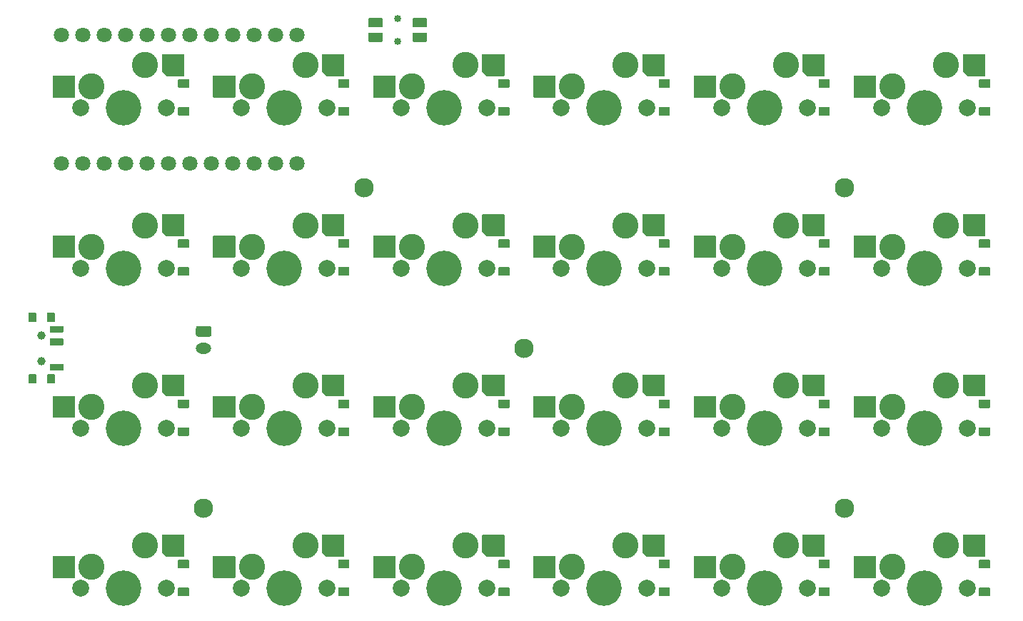
<source format=gbs>
G04 #@! TF.GenerationSoftware,KiCad,Pcbnew,8.0.6+1*
G04 #@! TF.CreationDate,2024-11-11T16:29:40+00:00*
G04 #@! TF.ProjectId,not_about_money_autorouted,6e6f745f-6162-46f7-9574-5f6d6f6e6579,v1.0.0*
G04 #@! TF.SameCoordinates,Original*
G04 #@! TF.FileFunction,Soldermask,Bot*
G04 #@! TF.FilePolarity,Negative*
%FSLAX46Y46*%
G04 Gerber Fmt 4.6, Leading zero omitted, Abs format (unit mm)*
G04 Created by KiCad (PCBNEW 8.0.6+1) date 2024-11-11 16:29:40*
%MOMM*%
%LPD*%
G01*
G04 APERTURE LIST*
%ADD10C,2.300000*%
%ADD11C,2.000000*%
%ADD12C,3.100000*%
%ADD13C,4.200000*%
%ADD14O,1.850000X1.300000*%
%ADD15C,1.800000*%
%ADD16C,0.850000*%
%ADD17C,1.000000*%
G04 APERTURE END LIST*
D10*
X128500000Y-52500000D03*
X109500000Y-90500000D03*
X147500000Y-71500000D03*
X185500000Y-90500000D03*
X185500000Y-52500000D03*
D11*
X113920000Y-43000000D03*
D12*
X115190000Y-40460000D03*
D13*
X119000000Y-43000000D03*
D12*
X121540000Y-37920000D03*
D11*
X124080000Y-43000000D03*
G36*
G01*
X110590000Y-41710000D02*
X110590000Y-39210000D01*
G75*
G02*
X110640000Y-39160000I50000J0D01*
G01*
X113190000Y-39160000D01*
G75*
G02*
X113240000Y-39210000I0J-50000D01*
G01*
X113240000Y-41710000D01*
G75*
G02*
X113190000Y-41760000I-50000J0D01*
G01*
X110640000Y-41760000D01*
G75*
G02*
X110590000Y-41710000I0J50000D01*
G01*
G37*
G36*
X126152355Y-36634645D02*
G01*
X126167000Y-36670000D01*
X126167000Y-39170000D01*
X126152355Y-39205355D01*
X126117000Y-39220000D01*
X124067000Y-39220000D01*
X124031645Y-39205355D01*
X123531645Y-38705355D01*
X123517000Y-38670000D01*
X123517000Y-36670000D01*
X123531645Y-36634645D01*
X123567000Y-36620000D01*
X126117000Y-36620000D01*
X126152355Y-36634645D01*
G37*
G36*
G01*
X110165000Y-70150000D02*
X108835000Y-70150000D01*
G75*
G02*
X108575000Y-69890000I0J260000D01*
G01*
X108575000Y-69110000D01*
G75*
G02*
X108835000Y-68850000I260000J0D01*
G01*
X110165000Y-68850000D01*
G75*
G02*
X110425000Y-69110000I0J-260000D01*
G01*
X110425000Y-69890000D01*
G75*
G02*
X110165000Y-70150000I-260000J0D01*
G01*
G37*
D14*
X109500000Y-71500000D03*
G36*
G01*
X107700000Y-43900000D02*
X106500000Y-43900000D01*
G75*
G02*
X106450000Y-43850000I0J50000D01*
G01*
X106450000Y-42950000D01*
G75*
G02*
X106500000Y-42900000I50000J0D01*
G01*
X107700000Y-42900000D01*
G75*
G02*
X107750000Y-42950000I0J-50000D01*
G01*
X107750000Y-43850000D01*
G75*
G02*
X107700000Y-43900000I-50000J0D01*
G01*
G37*
G36*
G01*
X107700000Y-40600000D02*
X106500000Y-40600000D01*
G75*
G02*
X106450000Y-40550000I0J50000D01*
G01*
X106450000Y-39650000D01*
G75*
G02*
X106500000Y-39600000I50000J0D01*
G01*
X107700000Y-39600000D01*
G75*
G02*
X107750000Y-39650000I0J-50000D01*
G01*
X107750000Y-40550000D01*
G75*
G02*
X107700000Y-40600000I-50000J0D01*
G01*
G37*
G36*
G01*
X202700000Y-62900000D02*
X201500000Y-62900000D01*
G75*
G02*
X201450000Y-62850000I0J50000D01*
G01*
X201450000Y-61950000D01*
G75*
G02*
X201500000Y-61900000I50000J0D01*
G01*
X202700000Y-61900000D01*
G75*
G02*
X202750000Y-61950000I0J-50000D01*
G01*
X202750000Y-62850000D01*
G75*
G02*
X202700000Y-62900000I-50000J0D01*
G01*
G37*
G36*
G01*
X202700000Y-59600000D02*
X201500000Y-59600000D01*
G75*
G02*
X201450000Y-59550000I0J50000D01*
G01*
X201450000Y-58650000D01*
G75*
G02*
X201500000Y-58600000I50000J0D01*
G01*
X202700000Y-58600000D01*
G75*
G02*
X202750000Y-58650000I0J-50000D01*
G01*
X202750000Y-59550000D01*
G75*
G02*
X202700000Y-59600000I-50000J0D01*
G01*
G37*
G36*
G01*
X202700000Y-100900000D02*
X201500000Y-100900000D01*
G75*
G02*
X201450000Y-100850000I0J50000D01*
G01*
X201450000Y-99950000D01*
G75*
G02*
X201500000Y-99900000I50000J0D01*
G01*
X202700000Y-99900000D01*
G75*
G02*
X202750000Y-99950000I0J-50000D01*
G01*
X202750000Y-100850000D01*
G75*
G02*
X202700000Y-100900000I-50000J0D01*
G01*
G37*
G36*
G01*
X202700000Y-97600000D02*
X201500000Y-97600000D01*
G75*
G02*
X201450000Y-97550000I0J50000D01*
G01*
X201450000Y-96650000D01*
G75*
G02*
X201500000Y-96600000I50000J0D01*
G01*
X202700000Y-96600000D01*
G75*
G02*
X202750000Y-96650000I0J-50000D01*
G01*
X202750000Y-97550000D01*
G75*
G02*
X202700000Y-97600000I-50000J0D01*
G01*
G37*
G36*
G01*
X164700000Y-43900000D02*
X163500000Y-43900000D01*
G75*
G02*
X163450000Y-43850000I0J50000D01*
G01*
X163450000Y-42950000D01*
G75*
G02*
X163500000Y-42900000I50000J0D01*
G01*
X164700000Y-42900000D01*
G75*
G02*
X164750000Y-42950000I0J-50000D01*
G01*
X164750000Y-43850000D01*
G75*
G02*
X164700000Y-43900000I-50000J0D01*
G01*
G37*
G36*
G01*
X164700000Y-40600000D02*
X163500000Y-40600000D01*
G75*
G02*
X163450000Y-40550000I0J50000D01*
G01*
X163450000Y-39650000D01*
G75*
G02*
X163500000Y-39600000I50000J0D01*
G01*
X164700000Y-39600000D01*
G75*
G02*
X164750000Y-39650000I0J-50000D01*
G01*
X164750000Y-40550000D01*
G75*
G02*
X164700000Y-40600000I-50000J0D01*
G01*
G37*
D11*
X151920000Y-100000000D03*
D12*
X153190000Y-97460000D03*
D13*
X157000000Y-100000000D03*
D12*
X159540000Y-94920000D03*
D11*
X162080000Y-100000000D03*
G36*
G01*
X148590000Y-98710000D02*
X148590000Y-96210000D01*
G75*
G02*
X148640000Y-96160000I50000J0D01*
G01*
X151190000Y-96160000D01*
G75*
G02*
X151240000Y-96210000I0J-50000D01*
G01*
X151240000Y-98710000D01*
G75*
G02*
X151190000Y-98760000I-50000J0D01*
G01*
X148640000Y-98760000D01*
G75*
G02*
X148590000Y-98710000I0J50000D01*
G01*
G37*
G36*
X164152355Y-93634645D02*
G01*
X164167000Y-93670000D01*
X164167000Y-96170000D01*
X164152355Y-96205355D01*
X164117000Y-96220000D01*
X162067000Y-96220000D01*
X162031645Y-96205355D01*
X161531645Y-95705355D01*
X161517000Y-95670000D01*
X161517000Y-93670000D01*
X161531645Y-93634645D01*
X161567000Y-93620000D01*
X164117000Y-93620000D01*
X164152355Y-93634645D01*
G37*
X189920000Y-100000000D03*
D12*
X191190000Y-97460000D03*
D13*
X195000000Y-100000000D03*
D12*
X197540000Y-94920000D03*
D11*
X200080000Y-100000000D03*
G36*
G01*
X186590000Y-98710000D02*
X186590000Y-96210000D01*
G75*
G02*
X186640000Y-96160000I50000J0D01*
G01*
X189190000Y-96160000D01*
G75*
G02*
X189240000Y-96210000I0J-50000D01*
G01*
X189240000Y-98710000D01*
G75*
G02*
X189190000Y-98760000I-50000J0D01*
G01*
X186640000Y-98760000D01*
G75*
G02*
X186590000Y-98710000I0J50000D01*
G01*
G37*
G36*
X202152355Y-93634645D02*
G01*
X202167000Y-93670000D01*
X202167000Y-96170000D01*
X202152355Y-96205355D01*
X202117000Y-96220000D01*
X200067000Y-96220000D01*
X200031645Y-96205355D01*
X199531645Y-95705355D01*
X199517000Y-95670000D01*
X199517000Y-93670000D01*
X199531645Y-93634645D01*
X199567000Y-93620000D01*
X202117000Y-93620000D01*
X202152355Y-93634645D01*
G37*
G36*
G01*
X107700000Y-62900000D02*
X106500000Y-62900000D01*
G75*
G02*
X106450000Y-62850000I0J50000D01*
G01*
X106450000Y-61950000D01*
G75*
G02*
X106500000Y-61900000I50000J0D01*
G01*
X107700000Y-61900000D01*
G75*
G02*
X107750000Y-61950000I0J-50000D01*
G01*
X107750000Y-62850000D01*
G75*
G02*
X107700000Y-62900000I-50000J0D01*
G01*
G37*
G36*
G01*
X107700000Y-59600000D02*
X106500000Y-59600000D01*
G75*
G02*
X106450000Y-59550000I0J50000D01*
G01*
X106450000Y-58650000D01*
G75*
G02*
X106500000Y-58600000I50000J0D01*
G01*
X107700000Y-58600000D01*
G75*
G02*
X107750000Y-58650000I0J-50000D01*
G01*
X107750000Y-59550000D01*
G75*
G02*
X107700000Y-59600000I-50000J0D01*
G01*
G37*
G36*
G01*
X145700000Y-100900000D02*
X144500000Y-100900000D01*
G75*
G02*
X144450000Y-100850000I0J50000D01*
G01*
X144450000Y-99950000D01*
G75*
G02*
X144500000Y-99900000I50000J0D01*
G01*
X145700000Y-99900000D01*
G75*
G02*
X145750000Y-99950000I0J-50000D01*
G01*
X145750000Y-100850000D01*
G75*
G02*
X145700000Y-100900000I-50000J0D01*
G01*
G37*
G36*
G01*
X145700000Y-97600000D02*
X144500000Y-97600000D01*
G75*
G02*
X144450000Y-97550000I0J50000D01*
G01*
X144450000Y-96650000D01*
G75*
G02*
X144500000Y-96600000I50000J0D01*
G01*
X145700000Y-96600000D01*
G75*
G02*
X145750000Y-96650000I0J-50000D01*
G01*
X145750000Y-97550000D01*
G75*
G02*
X145700000Y-97600000I-50000J0D01*
G01*
G37*
G36*
G01*
X164700000Y-81900000D02*
X163500000Y-81900000D01*
G75*
G02*
X163450000Y-81850000I0J50000D01*
G01*
X163450000Y-80950000D01*
G75*
G02*
X163500000Y-80900000I50000J0D01*
G01*
X164700000Y-80900000D01*
G75*
G02*
X164750000Y-80950000I0J-50000D01*
G01*
X164750000Y-81850000D01*
G75*
G02*
X164700000Y-81900000I-50000J0D01*
G01*
G37*
G36*
G01*
X164700000Y-78600000D02*
X163500000Y-78600000D01*
G75*
G02*
X163450000Y-78550000I0J50000D01*
G01*
X163450000Y-77650000D01*
G75*
G02*
X163500000Y-77600000I50000J0D01*
G01*
X164700000Y-77600000D01*
G75*
G02*
X164750000Y-77650000I0J-50000D01*
G01*
X164750000Y-78550000D01*
G75*
G02*
X164700000Y-78600000I-50000J0D01*
G01*
G37*
X132920000Y-81000000D03*
D12*
X134190000Y-78460000D03*
D13*
X138000000Y-81000000D03*
D12*
X140540000Y-75920000D03*
D11*
X143080000Y-81000000D03*
G36*
G01*
X129590000Y-79710000D02*
X129590000Y-77210000D01*
G75*
G02*
X129640000Y-77160000I50000J0D01*
G01*
X132190000Y-77160000D01*
G75*
G02*
X132240000Y-77210000I0J-50000D01*
G01*
X132240000Y-79710000D01*
G75*
G02*
X132190000Y-79760000I-50000J0D01*
G01*
X129640000Y-79760000D01*
G75*
G02*
X129590000Y-79710000I0J50000D01*
G01*
G37*
G36*
X145152355Y-74634645D02*
G01*
X145167000Y-74670000D01*
X145167000Y-77170000D01*
X145152355Y-77205355D01*
X145117000Y-77220000D01*
X143067000Y-77220000D01*
X143031645Y-77205355D01*
X142531645Y-76705355D01*
X142517000Y-76670000D01*
X142517000Y-74670000D01*
X142531645Y-74634645D01*
X142567000Y-74620000D01*
X145117000Y-74620000D01*
X145152355Y-74634645D01*
G37*
G36*
G01*
X202700000Y-43900000D02*
X201500000Y-43900000D01*
G75*
G02*
X201450000Y-43850000I0J50000D01*
G01*
X201450000Y-42950000D01*
G75*
G02*
X201500000Y-42900000I50000J0D01*
G01*
X202700000Y-42900000D01*
G75*
G02*
X202750000Y-42950000I0J-50000D01*
G01*
X202750000Y-43850000D01*
G75*
G02*
X202700000Y-43900000I-50000J0D01*
G01*
G37*
G36*
G01*
X202700000Y-40600000D02*
X201500000Y-40600000D01*
G75*
G02*
X201450000Y-40550000I0J50000D01*
G01*
X201450000Y-39650000D01*
G75*
G02*
X201500000Y-39600000I50000J0D01*
G01*
X202700000Y-39600000D01*
G75*
G02*
X202750000Y-39650000I0J-50000D01*
G01*
X202750000Y-40550000D01*
G75*
G02*
X202700000Y-40600000I-50000J0D01*
G01*
G37*
X170920000Y-62000000D03*
D12*
X172190000Y-59460000D03*
D13*
X176000000Y-62000000D03*
D12*
X178540000Y-56920000D03*
D11*
X181080000Y-62000000D03*
G36*
G01*
X167590000Y-60710000D02*
X167590000Y-58210000D01*
G75*
G02*
X167640000Y-58160000I50000J0D01*
G01*
X170190000Y-58160000D01*
G75*
G02*
X170240000Y-58210000I0J-50000D01*
G01*
X170240000Y-60710000D01*
G75*
G02*
X170190000Y-60760000I-50000J0D01*
G01*
X167640000Y-60760000D01*
G75*
G02*
X167590000Y-60710000I0J50000D01*
G01*
G37*
G36*
X183152355Y-55634645D02*
G01*
X183167000Y-55670000D01*
X183167000Y-58170000D01*
X183152355Y-58205355D01*
X183117000Y-58220000D01*
X181067000Y-58220000D01*
X181031645Y-58205355D01*
X180531645Y-57705355D01*
X180517000Y-57670000D01*
X180517000Y-55670000D01*
X180531645Y-55634645D01*
X180567000Y-55620000D01*
X183117000Y-55620000D01*
X183152355Y-55634645D01*
G37*
G36*
G01*
X107700000Y-81900000D02*
X106500000Y-81900000D01*
G75*
G02*
X106450000Y-81850000I0J50000D01*
G01*
X106450000Y-80950000D01*
G75*
G02*
X106500000Y-80900000I50000J0D01*
G01*
X107700000Y-80900000D01*
G75*
G02*
X107750000Y-80950000I0J-50000D01*
G01*
X107750000Y-81850000D01*
G75*
G02*
X107700000Y-81900000I-50000J0D01*
G01*
G37*
G36*
G01*
X107700000Y-78600000D02*
X106500000Y-78600000D01*
G75*
G02*
X106450000Y-78550000I0J50000D01*
G01*
X106450000Y-77650000D01*
G75*
G02*
X106500000Y-77600000I50000J0D01*
G01*
X107700000Y-77600000D01*
G75*
G02*
X107750000Y-77650000I0J-50000D01*
G01*
X107750000Y-78550000D01*
G75*
G02*
X107700000Y-78600000I-50000J0D01*
G01*
G37*
X132920000Y-62000000D03*
D12*
X134190000Y-59460000D03*
D13*
X138000000Y-62000000D03*
D12*
X140540000Y-56920000D03*
D11*
X143080000Y-62000000D03*
G36*
G01*
X129590000Y-60710000D02*
X129590000Y-58210000D01*
G75*
G02*
X129640000Y-58160000I50000J0D01*
G01*
X132190000Y-58160000D01*
G75*
G02*
X132240000Y-58210000I0J-50000D01*
G01*
X132240000Y-60710000D01*
G75*
G02*
X132190000Y-60760000I-50000J0D01*
G01*
X129640000Y-60760000D01*
G75*
G02*
X129590000Y-60710000I0J50000D01*
G01*
G37*
G36*
X145152355Y-55634645D02*
G01*
X145167000Y-55670000D01*
X145167000Y-58170000D01*
X145152355Y-58205355D01*
X145117000Y-58220000D01*
X143067000Y-58220000D01*
X143031645Y-58205355D01*
X142531645Y-57705355D01*
X142517000Y-57670000D01*
X142517000Y-55670000D01*
X142531645Y-55634645D01*
X142567000Y-55620000D01*
X145117000Y-55620000D01*
X145152355Y-55634645D01*
G37*
X151920000Y-81000000D03*
D12*
X153190000Y-78460000D03*
D13*
X157000000Y-81000000D03*
D12*
X159540000Y-75920000D03*
D11*
X162080000Y-81000000D03*
G36*
G01*
X148590000Y-79710000D02*
X148590000Y-77210000D01*
G75*
G02*
X148640000Y-77160000I50000J0D01*
G01*
X151190000Y-77160000D01*
G75*
G02*
X151240000Y-77210000I0J-50000D01*
G01*
X151240000Y-79710000D01*
G75*
G02*
X151190000Y-79760000I-50000J0D01*
G01*
X148640000Y-79760000D01*
G75*
G02*
X148590000Y-79710000I0J50000D01*
G01*
G37*
G36*
X164152355Y-74634645D02*
G01*
X164167000Y-74670000D01*
X164167000Y-77170000D01*
X164152355Y-77205355D01*
X164117000Y-77220000D01*
X162067000Y-77220000D01*
X162031645Y-77205355D01*
X161531645Y-76705355D01*
X161517000Y-76670000D01*
X161517000Y-74670000D01*
X161531645Y-74634645D01*
X161567000Y-74620000D01*
X164117000Y-74620000D01*
X164152355Y-74634645D01*
G37*
X189920000Y-62000000D03*
D12*
X191190000Y-59460000D03*
D13*
X195000000Y-62000000D03*
D12*
X197540000Y-56920000D03*
D11*
X200080000Y-62000000D03*
G36*
G01*
X186590000Y-60710000D02*
X186590000Y-58210000D01*
G75*
G02*
X186640000Y-58160000I50000J0D01*
G01*
X189190000Y-58160000D01*
G75*
G02*
X189240000Y-58210000I0J-50000D01*
G01*
X189240000Y-60710000D01*
G75*
G02*
X189190000Y-60760000I-50000J0D01*
G01*
X186640000Y-60760000D01*
G75*
G02*
X186590000Y-60710000I0J50000D01*
G01*
G37*
G36*
X202152355Y-55634645D02*
G01*
X202167000Y-55670000D01*
X202167000Y-58170000D01*
X202152355Y-58205355D01*
X202117000Y-58220000D01*
X200067000Y-58220000D01*
X200031645Y-58205355D01*
X199531645Y-57705355D01*
X199517000Y-57670000D01*
X199517000Y-55670000D01*
X199531645Y-55634645D01*
X199567000Y-55620000D01*
X202117000Y-55620000D01*
X202152355Y-55634645D01*
G37*
X189920000Y-43000000D03*
D12*
X191190000Y-40460000D03*
D13*
X195000000Y-43000000D03*
D12*
X197540000Y-37920000D03*
D11*
X200080000Y-43000000D03*
G36*
G01*
X186590000Y-41710000D02*
X186590000Y-39210000D01*
G75*
G02*
X186640000Y-39160000I50000J0D01*
G01*
X189190000Y-39160000D01*
G75*
G02*
X189240000Y-39210000I0J-50000D01*
G01*
X189240000Y-41710000D01*
G75*
G02*
X189190000Y-41760000I-50000J0D01*
G01*
X186640000Y-41760000D01*
G75*
G02*
X186590000Y-41710000I0J50000D01*
G01*
G37*
G36*
X202152355Y-36634645D02*
G01*
X202167000Y-36670000D01*
X202167000Y-39170000D01*
X202152355Y-39205355D01*
X202117000Y-39220000D01*
X200067000Y-39220000D01*
X200031645Y-39205355D01*
X199531645Y-38705355D01*
X199517000Y-38670000D01*
X199517000Y-36670000D01*
X199531645Y-36634645D01*
X199567000Y-36620000D01*
X202117000Y-36620000D01*
X202152355Y-36634645D01*
G37*
X132920000Y-100000000D03*
D12*
X134190000Y-97460000D03*
D13*
X138000000Y-100000000D03*
D12*
X140540000Y-94920000D03*
D11*
X143080000Y-100000000D03*
G36*
G01*
X129590000Y-98710000D02*
X129590000Y-96210000D01*
G75*
G02*
X129640000Y-96160000I50000J0D01*
G01*
X132190000Y-96160000D01*
G75*
G02*
X132240000Y-96210000I0J-50000D01*
G01*
X132240000Y-98710000D01*
G75*
G02*
X132190000Y-98760000I-50000J0D01*
G01*
X129640000Y-98760000D01*
G75*
G02*
X129590000Y-98710000I0J50000D01*
G01*
G37*
G36*
X145152355Y-93634645D02*
G01*
X145167000Y-93670000D01*
X145167000Y-96170000D01*
X145152355Y-96205355D01*
X145117000Y-96220000D01*
X143067000Y-96220000D01*
X143031645Y-96205355D01*
X142531645Y-95705355D01*
X142517000Y-95670000D01*
X142517000Y-93670000D01*
X142531645Y-93634645D01*
X142567000Y-93620000D01*
X145117000Y-93620000D01*
X145152355Y-93634645D01*
G37*
G36*
G01*
X126700000Y-43900000D02*
X125500000Y-43900000D01*
G75*
G02*
X125450000Y-43850000I0J50000D01*
G01*
X125450000Y-42950000D01*
G75*
G02*
X125500000Y-42900000I50000J0D01*
G01*
X126700000Y-42900000D01*
G75*
G02*
X126750000Y-42950000I0J-50000D01*
G01*
X126750000Y-43850000D01*
G75*
G02*
X126700000Y-43900000I-50000J0D01*
G01*
G37*
G36*
G01*
X126700000Y-40600000D02*
X125500000Y-40600000D01*
G75*
G02*
X125450000Y-40550000I0J50000D01*
G01*
X125450000Y-39650000D01*
G75*
G02*
X125500000Y-39600000I50000J0D01*
G01*
X126700000Y-39600000D01*
G75*
G02*
X126750000Y-39650000I0J-50000D01*
G01*
X126750000Y-40550000D01*
G75*
G02*
X126700000Y-40600000I-50000J0D01*
G01*
G37*
G36*
G01*
X183700000Y-100900000D02*
X182500000Y-100900000D01*
G75*
G02*
X182450000Y-100850000I0J50000D01*
G01*
X182450000Y-99950000D01*
G75*
G02*
X182500000Y-99900000I50000J0D01*
G01*
X183700000Y-99900000D01*
G75*
G02*
X183750000Y-99950000I0J-50000D01*
G01*
X183750000Y-100850000D01*
G75*
G02*
X183700000Y-100900000I-50000J0D01*
G01*
G37*
G36*
G01*
X183700000Y-97600000D02*
X182500000Y-97600000D01*
G75*
G02*
X182450000Y-97550000I0J50000D01*
G01*
X182450000Y-96650000D01*
G75*
G02*
X182500000Y-96600000I50000J0D01*
G01*
X183700000Y-96600000D01*
G75*
G02*
X183750000Y-96650000I0J-50000D01*
G01*
X183750000Y-97550000D01*
G75*
G02*
X183700000Y-97600000I-50000J0D01*
G01*
G37*
X94920000Y-43000000D03*
D12*
X96190000Y-40460000D03*
D13*
X100000000Y-43000000D03*
D12*
X102540000Y-37920000D03*
D11*
X105080000Y-43000000D03*
G36*
G01*
X91590000Y-41710000D02*
X91590000Y-39210000D01*
G75*
G02*
X91640000Y-39160000I50000J0D01*
G01*
X94190000Y-39160000D01*
G75*
G02*
X94240000Y-39210000I0J-50000D01*
G01*
X94240000Y-41710000D01*
G75*
G02*
X94190000Y-41760000I-50000J0D01*
G01*
X91640000Y-41760000D01*
G75*
G02*
X91590000Y-41710000I0J50000D01*
G01*
G37*
G36*
X107152355Y-36634645D02*
G01*
X107167000Y-36670000D01*
X107167000Y-39170000D01*
X107152355Y-39205355D01*
X107117000Y-39220000D01*
X105067000Y-39220000D01*
X105031645Y-39205355D01*
X104531645Y-38705355D01*
X104517000Y-38670000D01*
X104517000Y-36670000D01*
X104531645Y-36634645D01*
X104567000Y-36620000D01*
X107117000Y-36620000D01*
X107152355Y-36634645D01*
G37*
G36*
G01*
X126700000Y-81900000D02*
X125500000Y-81900000D01*
G75*
G02*
X125450000Y-81850000I0J50000D01*
G01*
X125450000Y-80950000D01*
G75*
G02*
X125500000Y-80900000I50000J0D01*
G01*
X126700000Y-80900000D01*
G75*
G02*
X126750000Y-80950000I0J-50000D01*
G01*
X126750000Y-81850000D01*
G75*
G02*
X126700000Y-81900000I-50000J0D01*
G01*
G37*
G36*
G01*
X126700000Y-78600000D02*
X125500000Y-78600000D01*
G75*
G02*
X125450000Y-78550000I0J50000D01*
G01*
X125450000Y-77650000D01*
G75*
G02*
X125500000Y-77600000I50000J0D01*
G01*
X126700000Y-77600000D01*
G75*
G02*
X126750000Y-77650000I0J-50000D01*
G01*
X126750000Y-78550000D01*
G75*
G02*
X126700000Y-78600000I-50000J0D01*
G01*
G37*
X151920000Y-43000000D03*
D12*
X153190000Y-40460000D03*
D13*
X157000000Y-43000000D03*
D12*
X159540000Y-37920000D03*
D11*
X162080000Y-43000000D03*
G36*
G01*
X148590000Y-41710000D02*
X148590000Y-39210000D01*
G75*
G02*
X148640000Y-39160000I50000J0D01*
G01*
X151190000Y-39160000D01*
G75*
G02*
X151240000Y-39210000I0J-50000D01*
G01*
X151240000Y-41710000D01*
G75*
G02*
X151190000Y-41760000I-50000J0D01*
G01*
X148640000Y-41760000D01*
G75*
G02*
X148590000Y-41710000I0J50000D01*
G01*
G37*
G36*
X164152355Y-36634645D02*
G01*
X164167000Y-36670000D01*
X164167000Y-39170000D01*
X164152355Y-39205355D01*
X164117000Y-39220000D01*
X162067000Y-39220000D01*
X162031645Y-39205355D01*
X161531645Y-38705355D01*
X161517000Y-38670000D01*
X161517000Y-36670000D01*
X161531645Y-36634645D01*
X161567000Y-36620000D01*
X164117000Y-36620000D01*
X164152355Y-36634645D01*
G37*
X170920000Y-81000000D03*
D12*
X172190000Y-78460000D03*
D13*
X176000000Y-81000000D03*
D12*
X178540000Y-75920000D03*
D11*
X181080000Y-81000000D03*
G36*
G01*
X167590000Y-79710000D02*
X167590000Y-77210000D01*
G75*
G02*
X167640000Y-77160000I50000J0D01*
G01*
X170190000Y-77160000D01*
G75*
G02*
X170240000Y-77210000I0J-50000D01*
G01*
X170240000Y-79710000D01*
G75*
G02*
X170190000Y-79760000I-50000J0D01*
G01*
X167640000Y-79760000D01*
G75*
G02*
X167590000Y-79710000I0J50000D01*
G01*
G37*
G36*
X183152355Y-74634645D02*
G01*
X183167000Y-74670000D01*
X183167000Y-77170000D01*
X183152355Y-77205355D01*
X183117000Y-77220000D01*
X181067000Y-77220000D01*
X181031645Y-77205355D01*
X180531645Y-76705355D01*
X180517000Y-76670000D01*
X180517000Y-74670000D01*
X180531645Y-74634645D01*
X180567000Y-74620000D01*
X183117000Y-74620000D01*
X183152355Y-74634645D01*
G37*
G36*
G01*
X202700000Y-81900000D02*
X201500000Y-81900000D01*
G75*
G02*
X201450000Y-81850000I0J50000D01*
G01*
X201450000Y-80950000D01*
G75*
G02*
X201500000Y-80900000I50000J0D01*
G01*
X202700000Y-80900000D01*
G75*
G02*
X202750000Y-80950000I0J-50000D01*
G01*
X202750000Y-81850000D01*
G75*
G02*
X202700000Y-81900000I-50000J0D01*
G01*
G37*
G36*
G01*
X202700000Y-78600000D02*
X201500000Y-78600000D01*
G75*
G02*
X201450000Y-78550000I0J50000D01*
G01*
X201450000Y-77650000D01*
G75*
G02*
X201500000Y-77600000I50000J0D01*
G01*
X202700000Y-77600000D01*
G75*
G02*
X202750000Y-77650000I0J-50000D01*
G01*
X202750000Y-78550000D01*
G75*
G02*
X202700000Y-78600000I-50000J0D01*
G01*
G37*
G36*
G01*
X145700000Y-62900000D02*
X144500000Y-62900000D01*
G75*
G02*
X144450000Y-62850000I0J50000D01*
G01*
X144450000Y-61950000D01*
G75*
G02*
X144500000Y-61900000I50000J0D01*
G01*
X145700000Y-61900000D01*
G75*
G02*
X145750000Y-61950000I0J-50000D01*
G01*
X145750000Y-62850000D01*
G75*
G02*
X145700000Y-62900000I-50000J0D01*
G01*
G37*
G36*
G01*
X145700000Y-59600000D02*
X144500000Y-59600000D01*
G75*
G02*
X144450000Y-59550000I0J50000D01*
G01*
X144450000Y-58650000D01*
G75*
G02*
X144500000Y-58600000I50000J0D01*
G01*
X145700000Y-58600000D01*
G75*
G02*
X145750000Y-58650000I0J-50000D01*
G01*
X145750000Y-59550000D01*
G75*
G02*
X145700000Y-59600000I-50000J0D01*
G01*
G37*
G36*
G01*
X164700000Y-62900000D02*
X163500000Y-62900000D01*
G75*
G02*
X163450000Y-62850000I0J50000D01*
G01*
X163450000Y-61950000D01*
G75*
G02*
X163500000Y-61900000I50000J0D01*
G01*
X164700000Y-61900000D01*
G75*
G02*
X164750000Y-61950000I0J-50000D01*
G01*
X164750000Y-62850000D01*
G75*
G02*
X164700000Y-62900000I-50000J0D01*
G01*
G37*
G36*
G01*
X164700000Y-59600000D02*
X163500000Y-59600000D01*
G75*
G02*
X163450000Y-59550000I0J50000D01*
G01*
X163450000Y-58650000D01*
G75*
G02*
X163500000Y-58600000I50000J0D01*
G01*
X164700000Y-58600000D01*
G75*
G02*
X164750000Y-58650000I0J-50000D01*
G01*
X164750000Y-59550000D01*
G75*
G02*
X164700000Y-59600000I-50000J0D01*
G01*
G37*
G36*
G01*
X126700000Y-62900000D02*
X125500000Y-62900000D01*
G75*
G02*
X125450000Y-62850000I0J50000D01*
G01*
X125450000Y-61950000D01*
G75*
G02*
X125500000Y-61900000I50000J0D01*
G01*
X126700000Y-61900000D01*
G75*
G02*
X126750000Y-61950000I0J-50000D01*
G01*
X126750000Y-62850000D01*
G75*
G02*
X126700000Y-62900000I-50000J0D01*
G01*
G37*
G36*
G01*
X126700000Y-59600000D02*
X125500000Y-59600000D01*
G75*
G02*
X125450000Y-59550000I0J50000D01*
G01*
X125450000Y-58650000D01*
G75*
G02*
X125500000Y-58600000I50000J0D01*
G01*
X126700000Y-58600000D01*
G75*
G02*
X126750000Y-58650000I0J-50000D01*
G01*
X126750000Y-59550000D01*
G75*
G02*
X126700000Y-59600000I-50000J0D01*
G01*
G37*
X189920000Y-81000000D03*
D12*
X191190000Y-78460000D03*
D13*
X195000000Y-81000000D03*
D12*
X197540000Y-75920000D03*
D11*
X200080000Y-81000000D03*
G36*
G01*
X186590000Y-79710000D02*
X186590000Y-77210000D01*
G75*
G02*
X186640000Y-77160000I50000J0D01*
G01*
X189190000Y-77160000D01*
G75*
G02*
X189240000Y-77210000I0J-50000D01*
G01*
X189240000Y-79710000D01*
G75*
G02*
X189190000Y-79760000I-50000J0D01*
G01*
X186640000Y-79760000D01*
G75*
G02*
X186590000Y-79710000I0J50000D01*
G01*
G37*
G36*
X202152355Y-74634645D02*
G01*
X202167000Y-74670000D01*
X202167000Y-77170000D01*
X202152355Y-77205355D01*
X202117000Y-77220000D01*
X200067000Y-77220000D01*
X200031645Y-77205355D01*
X199531645Y-76705355D01*
X199517000Y-76670000D01*
X199517000Y-74670000D01*
X199531645Y-74634645D01*
X199567000Y-74620000D01*
X202117000Y-74620000D01*
X202152355Y-74634645D01*
G37*
D15*
X92600000Y-34380000D03*
X95140000Y-34380000D03*
X97680000Y-34380000D03*
X100220000Y-34380000D03*
X102760000Y-34380000D03*
X105300000Y-34380000D03*
X107840000Y-34380000D03*
X110380000Y-34380000D03*
X112920000Y-34380000D03*
X115460000Y-34380000D03*
X118000000Y-34380000D03*
X120540000Y-34380000D03*
X120540000Y-49620000D03*
X118000000Y-49620000D03*
X115460000Y-49620000D03*
X112920000Y-49620000D03*
X110380000Y-49620000D03*
X107840000Y-49620000D03*
X105300000Y-49620000D03*
X102760000Y-49620000D03*
X100220000Y-49620000D03*
X97680000Y-49620000D03*
X95140000Y-49620000D03*
X92600000Y-49620000D03*
D16*
X132500000Y-32375000D03*
X132500000Y-35125000D03*
G36*
G01*
X130700000Y-32400000D02*
X130700000Y-33400000D01*
G75*
G02*
X130650000Y-33450000I-50000J0D01*
G01*
X129100000Y-33450000D01*
G75*
G02*
X129050000Y-33400000I0J50000D01*
G01*
X129050000Y-32400000D01*
G75*
G02*
X129100000Y-32350000I50000J0D01*
G01*
X130650000Y-32350000D01*
G75*
G02*
X130700000Y-32400000I0J-50000D01*
G01*
G37*
G36*
G01*
X130700000Y-34100000D02*
X130700000Y-35100000D01*
G75*
G02*
X130650000Y-35150000I-50000J0D01*
G01*
X129100000Y-35150000D01*
G75*
G02*
X129050000Y-35100000I0J50000D01*
G01*
X129050000Y-34100000D01*
G75*
G02*
X129100000Y-34050000I50000J0D01*
G01*
X130650000Y-34050000D01*
G75*
G02*
X130700000Y-34100000I0J-50000D01*
G01*
G37*
G36*
G01*
X135950000Y-32400000D02*
X135950000Y-33400000D01*
G75*
G02*
X135900000Y-33450000I-50000J0D01*
G01*
X134350000Y-33450000D01*
G75*
G02*
X134300000Y-33400000I0J50000D01*
G01*
X134300000Y-32400000D01*
G75*
G02*
X134350000Y-32350000I50000J0D01*
G01*
X135900000Y-32350000D01*
G75*
G02*
X135950000Y-32400000I0J-50000D01*
G01*
G37*
G36*
G01*
X135950000Y-34100000D02*
X135950000Y-35100000D01*
G75*
G02*
X135900000Y-35150000I-50000J0D01*
G01*
X134350000Y-35150000D01*
G75*
G02*
X134300000Y-35100000I0J50000D01*
G01*
X134300000Y-34100000D01*
G75*
G02*
X134350000Y-34050000I50000J0D01*
G01*
X135900000Y-34050000D01*
G75*
G02*
X135950000Y-34100000I0J-50000D01*
G01*
G37*
D11*
X132920000Y-43000000D03*
D12*
X134190000Y-40460000D03*
D13*
X138000000Y-43000000D03*
D12*
X140540000Y-37920000D03*
D11*
X143080000Y-43000000D03*
G36*
G01*
X129590000Y-41710000D02*
X129590000Y-39210000D01*
G75*
G02*
X129640000Y-39160000I50000J0D01*
G01*
X132190000Y-39160000D01*
G75*
G02*
X132240000Y-39210000I0J-50000D01*
G01*
X132240000Y-41710000D01*
G75*
G02*
X132190000Y-41760000I-50000J0D01*
G01*
X129640000Y-41760000D01*
G75*
G02*
X129590000Y-41710000I0J50000D01*
G01*
G37*
G36*
X145152355Y-36634645D02*
G01*
X145167000Y-36670000D01*
X145167000Y-39170000D01*
X145152355Y-39205355D01*
X145117000Y-39220000D01*
X143067000Y-39220000D01*
X143031645Y-39205355D01*
X142531645Y-38705355D01*
X142517000Y-38670000D01*
X142517000Y-36670000D01*
X142531645Y-36634645D01*
X142567000Y-36620000D01*
X145117000Y-36620000D01*
X145152355Y-36634645D01*
G37*
G36*
G01*
X183700000Y-62900000D02*
X182500000Y-62900000D01*
G75*
G02*
X182450000Y-62850000I0J50000D01*
G01*
X182450000Y-61950000D01*
G75*
G02*
X182500000Y-61900000I50000J0D01*
G01*
X183700000Y-61900000D01*
G75*
G02*
X183750000Y-61950000I0J-50000D01*
G01*
X183750000Y-62850000D01*
G75*
G02*
X183700000Y-62900000I-50000J0D01*
G01*
G37*
G36*
G01*
X183700000Y-59600000D02*
X182500000Y-59600000D01*
G75*
G02*
X182450000Y-59550000I0J50000D01*
G01*
X182450000Y-58650000D01*
G75*
G02*
X182500000Y-58600000I50000J0D01*
G01*
X183700000Y-58600000D01*
G75*
G02*
X183750000Y-58650000I0J-50000D01*
G01*
X183750000Y-59550000D01*
G75*
G02*
X183700000Y-59600000I-50000J0D01*
G01*
G37*
X113920000Y-81000000D03*
D12*
X115190000Y-78460000D03*
D13*
X119000000Y-81000000D03*
D12*
X121540000Y-75920000D03*
D11*
X124080000Y-81000000D03*
G36*
G01*
X110590000Y-79710000D02*
X110590000Y-77210000D01*
G75*
G02*
X110640000Y-77160000I50000J0D01*
G01*
X113190000Y-77160000D01*
G75*
G02*
X113240000Y-77210000I0J-50000D01*
G01*
X113240000Y-79710000D01*
G75*
G02*
X113190000Y-79760000I-50000J0D01*
G01*
X110640000Y-79760000D01*
G75*
G02*
X110590000Y-79710000I0J50000D01*
G01*
G37*
G36*
X126152355Y-74634645D02*
G01*
X126167000Y-74670000D01*
X126167000Y-77170000D01*
X126152355Y-77205355D01*
X126117000Y-77220000D01*
X124067000Y-77220000D01*
X124031645Y-77205355D01*
X123531645Y-76705355D01*
X123517000Y-76670000D01*
X123517000Y-74670000D01*
X123531645Y-74634645D01*
X123567000Y-74620000D01*
X126117000Y-74620000D01*
X126152355Y-74634645D01*
G37*
G36*
G01*
X91785000Y-75700000D02*
X90985000Y-75700000D01*
G75*
G02*
X90935000Y-75650000I0J50000D01*
G01*
X90935000Y-74650000D01*
G75*
G02*
X90985000Y-74600000I50000J0D01*
G01*
X91785000Y-74600000D01*
G75*
G02*
X91835000Y-74650000I0J-50000D01*
G01*
X91835000Y-75650000D01*
G75*
G02*
X91785000Y-75700000I-50000J0D01*
G01*
G37*
G36*
G01*
X91785000Y-68400000D02*
X90985000Y-68400000D01*
G75*
G02*
X90935000Y-68350000I0J50000D01*
G01*
X90935000Y-67350000D01*
G75*
G02*
X90985000Y-67300000I50000J0D01*
G01*
X91785000Y-67300000D01*
G75*
G02*
X91835000Y-67350000I0J-50000D01*
G01*
X91835000Y-68350000D01*
G75*
G02*
X91785000Y-68400000I-50000J0D01*
G01*
G37*
D17*
X90275000Y-73000000D03*
X90275000Y-70000000D03*
G36*
G01*
X89575000Y-75700000D02*
X88775000Y-75700000D01*
G75*
G02*
X88725000Y-75650000I0J50000D01*
G01*
X88725000Y-74650000D01*
G75*
G02*
X88775000Y-74600000I50000J0D01*
G01*
X89575000Y-74600000D01*
G75*
G02*
X89625000Y-74650000I0J-50000D01*
G01*
X89625000Y-75650000D01*
G75*
G02*
X89575000Y-75700000I-50000J0D01*
G01*
G37*
G36*
G01*
X89575000Y-68400000D02*
X88775000Y-68400000D01*
G75*
G02*
X88725000Y-68350000I0J50000D01*
G01*
X88725000Y-67350000D01*
G75*
G02*
X88775000Y-67300000I50000J0D01*
G01*
X89575000Y-67300000D01*
G75*
G02*
X89625000Y-67350000I0J-50000D01*
G01*
X89625000Y-68350000D01*
G75*
G02*
X89575000Y-68400000I-50000J0D01*
G01*
G37*
G36*
G01*
X92785000Y-74150000D02*
X91285000Y-74150000D01*
G75*
G02*
X91235000Y-74100000I0J50000D01*
G01*
X91235000Y-73400000D01*
G75*
G02*
X91285000Y-73350000I50000J0D01*
G01*
X92785000Y-73350000D01*
G75*
G02*
X92835000Y-73400000I0J-50000D01*
G01*
X92835000Y-74100000D01*
G75*
G02*
X92785000Y-74150000I-50000J0D01*
G01*
G37*
G36*
G01*
X92785000Y-71150000D02*
X91285000Y-71150000D01*
G75*
G02*
X91235000Y-71100000I0J50000D01*
G01*
X91235000Y-70400000D01*
G75*
G02*
X91285000Y-70350000I50000J0D01*
G01*
X92785000Y-70350000D01*
G75*
G02*
X92835000Y-70400000I0J-50000D01*
G01*
X92835000Y-71100000D01*
G75*
G02*
X92785000Y-71150000I-50000J0D01*
G01*
G37*
G36*
G01*
X92785000Y-69650000D02*
X91285000Y-69650000D01*
G75*
G02*
X91235000Y-69600000I0J50000D01*
G01*
X91235000Y-68900000D01*
G75*
G02*
X91285000Y-68850000I50000J0D01*
G01*
X92785000Y-68850000D01*
G75*
G02*
X92835000Y-68900000I0J-50000D01*
G01*
X92835000Y-69600000D01*
G75*
G02*
X92785000Y-69650000I-50000J0D01*
G01*
G37*
G36*
G01*
X145700000Y-81900000D02*
X144500000Y-81900000D01*
G75*
G02*
X144450000Y-81850000I0J50000D01*
G01*
X144450000Y-80950000D01*
G75*
G02*
X144500000Y-80900000I50000J0D01*
G01*
X145700000Y-80900000D01*
G75*
G02*
X145750000Y-80950000I0J-50000D01*
G01*
X145750000Y-81850000D01*
G75*
G02*
X145700000Y-81900000I-50000J0D01*
G01*
G37*
G36*
G01*
X145700000Y-78600000D02*
X144500000Y-78600000D01*
G75*
G02*
X144450000Y-78550000I0J50000D01*
G01*
X144450000Y-77650000D01*
G75*
G02*
X144500000Y-77600000I50000J0D01*
G01*
X145700000Y-77600000D01*
G75*
G02*
X145750000Y-77650000I0J-50000D01*
G01*
X145750000Y-78550000D01*
G75*
G02*
X145700000Y-78600000I-50000J0D01*
G01*
G37*
D11*
X151920000Y-62000000D03*
D12*
X153190000Y-59460000D03*
D13*
X157000000Y-62000000D03*
D12*
X159540000Y-56920000D03*
D11*
X162080000Y-62000000D03*
G36*
G01*
X148590000Y-60710000D02*
X148590000Y-58210000D01*
G75*
G02*
X148640000Y-58160000I50000J0D01*
G01*
X151190000Y-58160000D01*
G75*
G02*
X151240000Y-58210000I0J-50000D01*
G01*
X151240000Y-60710000D01*
G75*
G02*
X151190000Y-60760000I-50000J0D01*
G01*
X148640000Y-60760000D01*
G75*
G02*
X148590000Y-60710000I0J50000D01*
G01*
G37*
G36*
X164152355Y-55634645D02*
G01*
X164167000Y-55670000D01*
X164167000Y-58170000D01*
X164152355Y-58205355D01*
X164117000Y-58220000D01*
X162067000Y-58220000D01*
X162031645Y-58205355D01*
X161531645Y-57705355D01*
X161517000Y-57670000D01*
X161517000Y-55670000D01*
X161531645Y-55634645D01*
X161567000Y-55620000D01*
X164117000Y-55620000D01*
X164152355Y-55634645D01*
G37*
G36*
G01*
X107700000Y-100900000D02*
X106500000Y-100900000D01*
G75*
G02*
X106450000Y-100850000I0J50000D01*
G01*
X106450000Y-99950000D01*
G75*
G02*
X106500000Y-99900000I50000J0D01*
G01*
X107700000Y-99900000D01*
G75*
G02*
X107750000Y-99950000I0J-50000D01*
G01*
X107750000Y-100850000D01*
G75*
G02*
X107700000Y-100900000I-50000J0D01*
G01*
G37*
G36*
G01*
X107700000Y-97600000D02*
X106500000Y-97600000D01*
G75*
G02*
X106450000Y-97550000I0J50000D01*
G01*
X106450000Y-96650000D01*
G75*
G02*
X106500000Y-96600000I50000J0D01*
G01*
X107700000Y-96600000D01*
G75*
G02*
X107750000Y-96650000I0J-50000D01*
G01*
X107750000Y-97550000D01*
G75*
G02*
X107700000Y-97600000I-50000J0D01*
G01*
G37*
X113920000Y-100000000D03*
D12*
X115190000Y-97460000D03*
D13*
X119000000Y-100000000D03*
D12*
X121540000Y-94920000D03*
D11*
X124080000Y-100000000D03*
G36*
G01*
X110590000Y-98710000D02*
X110590000Y-96210000D01*
G75*
G02*
X110640000Y-96160000I50000J0D01*
G01*
X113190000Y-96160000D01*
G75*
G02*
X113240000Y-96210000I0J-50000D01*
G01*
X113240000Y-98710000D01*
G75*
G02*
X113190000Y-98760000I-50000J0D01*
G01*
X110640000Y-98760000D01*
G75*
G02*
X110590000Y-98710000I0J50000D01*
G01*
G37*
G36*
X126152355Y-93634645D02*
G01*
X126167000Y-93670000D01*
X126167000Y-96170000D01*
X126152355Y-96205355D01*
X126117000Y-96220000D01*
X124067000Y-96220000D01*
X124031645Y-96205355D01*
X123531645Y-95705355D01*
X123517000Y-95670000D01*
X123517000Y-93670000D01*
X123531645Y-93634645D01*
X123567000Y-93620000D01*
X126117000Y-93620000D01*
X126152355Y-93634645D01*
G37*
G36*
G01*
X126700000Y-100900000D02*
X125500000Y-100900000D01*
G75*
G02*
X125450000Y-100850000I0J50000D01*
G01*
X125450000Y-99950000D01*
G75*
G02*
X125500000Y-99900000I50000J0D01*
G01*
X126700000Y-99900000D01*
G75*
G02*
X126750000Y-99950000I0J-50000D01*
G01*
X126750000Y-100850000D01*
G75*
G02*
X126700000Y-100900000I-50000J0D01*
G01*
G37*
G36*
G01*
X126700000Y-97600000D02*
X125500000Y-97600000D01*
G75*
G02*
X125450000Y-97550000I0J50000D01*
G01*
X125450000Y-96650000D01*
G75*
G02*
X125500000Y-96600000I50000J0D01*
G01*
X126700000Y-96600000D01*
G75*
G02*
X126750000Y-96650000I0J-50000D01*
G01*
X126750000Y-97550000D01*
G75*
G02*
X126700000Y-97600000I-50000J0D01*
G01*
G37*
X170920000Y-100000000D03*
D12*
X172190000Y-97460000D03*
D13*
X176000000Y-100000000D03*
D12*
X178540000Y-94920000D03*
D11*
X181080000Y-100000000D03*
G36*
G01*
X167590000Y-98710000D02*
X167590000Y-96210000D01*
G75*
G02*
X167640000Y-96160000I50000J0D01*
G01*
X170190000Y-96160000D01*
G75*
G02*
X170240000Y-96210000I0J-50000D01*
G01*
X170240000Y-98710000D01*
G75*
G02*
X170190000Y-98760000I-50000J0D01*
G01*
X167640000Y-98760000D01*
G75*
G02*
X167590000Y-98710000I0J50000D01*
G01*
G37*
G36*
X183152355Y-93634645D02*
G01*
X183167000Y-93670000D01*
X183167000Y-96170000D01*
X183152355Y-96205355D01*
X183117000Y-96220000D01*
X181067000Y-96220000D01*
X181031645Y-96205355D01*
X180531645Y-95705355D01*
X180517000Y-95670000D01*
X180517000Y-93670000D01*
X180531645Y-93634645D01*
X180567000Y-93620000D01*
X183117000Y-93620000D01*
X183152355Y-93634645D01*
G37*
X94920000Y-62000000D03*
D12*
X96190000Y-59460000D03*
D13*
X100000000Y-62000000D03*
D12*
X102540000Y-56920000D03*
D11*
X105080000Y-62000000D03*
G36*
G01*
X91590000Y-60710000D02*
X91590000Y-58210000D01*
G75*
G02*
X91640000Y-58160000I50000J0D01*
G01*
X94190000Y-58160000D01*
G75*
G02*
X94240000Y-58210000I0J-50000D01*
G01*
X94240000Y-60710000D01*
G75*
G02*
X94190000Y-60760000I-50000J0D01*
G01*
X91640000Y-60760000D01*
G75*
G02*
X91590000Y-60710000I0J50000D01*
G01*
G37*
G36*
X107152355Y-55634645D02*
G01*
X107167000Y-55670000D01*
X107167000Y-58170000D01*
X107152355Y-58205355D01*
X107117000Y-58220000D01*
X105067000Y-58220000D01*
X105031645Y-58205355D01*
X104531645Y-57705355D01*
X104517000Y-57670000D01*
X104517000Y-55670000D01*
X104531645Y-55634645D01*
X104567000Y-55620000D01*
X107117000Y-55620000D01*
X107152355Y-55634645D01*
G37*
X94920000Y-100000000D03*
D12*
X96190000Y-97460000D03*
D13*
X100000000Y-100000000D03*
D12*
X102540000Y-94920000D03*
D11*
X105080000Y-100000000D03*
G36*
G01*
X91590000Y-98710000D02*
X91590000Y-96210000D01*
G75*
G02*
X91640000Y-96160000I50000J0D01*
G01*
X94190000Y-96160000D01*
G75*
G02*
X94240000Y-96210000I0J-50000D01*
G01*
X94240000Y-98710000D01*
G75*
G02*
X94190000Y-98760000I-50000J0D01*
G01*
X91640000Y-98760000D01*
G75*
G02*
X91590000Y-98710000I0J50000D01*
G01*
G37*
G36*
X107152355Y-93634645D02*
G01*
X107167000Y-93670000D01*
X107167000Y-96170000D01*
X107152355Y-96205355D01*
X107117000Y-96220000D01*
X105067000Y-96220000D01*
X105031645Y-96205355D01*
X104531645Y-95705355D01*
X104517000Y-95670000D01*
X104517000Y-93670000D01*
X104531645Y-93634645D01*
X104567000Y-93620000D01*
X107117000Y-93620000D01*
X107152355Y-93634645D01*
G37*
G36*
G01*
X164700000Y-100900000D02*
X163500000Y-100900000D01*
G75*
G02*
X163450000Y-100850000I0J50000D01*
G01*
X163450000Y-99950000D01*
G75*
G02*
X163500000Y-99900000I50000J0D01*
G01*
X164700000Y-99900000D01*
G75*
G02*
X164750000Y-99950000I0J-50000D01*
G01*
X164750000Y-100850000D01*
G75*
G02*
X164700000Y-100900000I-50000J0D01*
G01*
G37*
G36*
G01*
X164700000Y-97600000D02*
X163500000Y-97600000D01*
G75*
G02*
X163450000Y-97550000I0J50000D01*
G01*
X163450000Y-96650000D01*
G75*
G02*
X163500000Y-96600000I50000J0D01*
G01*
X164700000Y-96600000D01*
G75*
G02*
X164750000Y-96650000I0J-50000D01*
G01*
X164750000Y-97550000D01*
G75*
G02*
X164700000Y-97600000I-50000J0D01*
G01*
G37*
G36*
G01*
X183700000Y-43900000D02*
X182500000Y-43900000D01*
G75*
G02*
X182450000Y-43850000I0J50000D01*
G01*
X182450000Y-42950000D01*
G75*
G02*
X182500000Y-42900000I50000J0D01*
G01*
X183700000Y-42900000D01*
G75*
G02*
X183750000Y-42950000I0J-50000D01*
G01*
X183750000Y-43850000D01*
G75*
G02*
X183700000Y-43900000I-50000J0D01*
G01*
G37*
G36*
G01*
X183700000Y-40600000D02*
X182500000Y-40600000D01*
G75*
G02*
X182450000Y-40550000I0J50000D01*
G01*
X182450000Y-39650000D01*
G75*
G02*
X182500000Y-39600000I50000J0D01*
G01*
X183700000Y-39600000D01*
G75*
G02*
X183750000Y-39650000I0J-50000D01*
G01*
X183750000Y-40550000D01*
G75*
G02*
X183700000Y-40600000I-50000J0D01*
G01*
G37*
X170920000Y-43000000D03*
D12*
X172190000Y-40460000D03*
D13*
X176000000Y-43000000D03*
D12*
X178540000Y-37920000D03*
D11*
X181080000Y-43000000D03*
G36*
G01*
X167590000Y-41710000D02*
X167590000Y-39210000D01*
G75*
G02*
X167640000Y-39160000I50000J0D01*
G01*
X170190000Y-39160000D01*
G75*
G02*
X170240000Y-39210000I0J-50000D01*
G01*
X170240000Y-41710000D01*
G75*
G02*
X170190000Y-41760000I-50000J0D01*
G01*
X167640000Y-41760000D01*
G75*
G02*
X167590000Y-41710000I0J50000D01*
G01*
G37*
G36*
X183152355Y-36634645D02*
G01*
X183167000Y-36670000D01*
X183167000Y-39170000D01*
X183152355Y-39205355D01*
X183117000Y-39220000D01*
X181067000Y-39220000D01*
X181031645Y-39205355D01*
X180531645Y-38705355D01*
X180517000Y-38670000D01*
X180517000Y-36670000D01*
X180531645Y-36634645D01*
X180567000Y-36620000D01*
X183117000Y-36620000D01*
X183152355Y-36634645D01*
G37*
X113920000Y-62000000D03*
D12*
X115190000Y-59460000D03*
D13*
X119000000Y-62000000D03*
D12*
X121540000Y-56920000D03*
D11*
X124080000Y-62000000D03*
G36*
G01*
X110590000Y-60710000D02*
X110590000Y-58210000D01*
G75*
G02*
X110640000Y-58160000I50000J0D01*
G01*
X113190000Y-58160000D01*
G75*
G02*
X113240000Y-58210000I0J-50000D01*
G01*
X113240000Y-60710000D01*
G75*
G02*
X113190000Y-60760000I-50000J0D01*
G01*
X110640000Y-60760000D01*
G75*
G02*
X110590000Y-60710000I0J50000D01*
G01*
G37*
G36*
X126152355Y-55634645D02*
G01*
X126167000Y-55670000D01*
X126167000Y-58170000D01*
X126152355Y-58205355D01*
X126117000Y-58220000D01*
X124067000Y-58220000D01*
X124031645Y-58205355D01*
X123531645Y-57705355D01*
X123517000Y-57670000D01*
X123517000Y-55670000D01*
X123531645Y-55634645D01*
X123567000Y-55620000D01*
X126117000Y-55620000D01*
X126152355Y-55634645D01*
G37*
X94920000Y-81000000D03*
D12*
X96190000Y-78460000D03*
D13*
X100000000Y-81000000D03*
D12*
X102540000Y-75920000D03*
D11*
X105080000Y-81000000D03*
G36*
G01*
X91590000Y-79710000D02*
X91590000Y-77210000D01*
G75*
G02*
X91640000Y-77160000I50000J0D01*
G01*
X94190000Y-77160000D01*
G75*
G02*
X94240000Y-77210000I0J-50000D01*
G01*
X94240000Y-79710000D01*
G75*
G02*
X94190000Y-79760000I-50000J0D01*
G01*
X91640000Y-79760000D01*
G75*
G02*
X91590000Y-79710000I0J50000D01*
G01*
G37*
G36*
X107152355Y-74634645D02*
G01*
X107167000Y-74670000D01*
X107167000Y-77170000D01*
X107152355Y-77205355D01*
X107117000Y-77220000D01*
X105067000Y-77220000D01*
X105031645Y-77205355D01*
X104531645Y-76705355D01*
X104517000Y-76670000D01*
X104517000Y-74670000D01*
X104531645Y-74634645D01*
X104567000Y-74620000D01*
X107117000Y-74620000D01*
X107152355Y-74634645D01*
G37*
G36*
G01*
X145700000Y-43900000D02*
X144500000Y-43900000D01*
G75*
G02*
X144450000Y-43850000I0J50000D01*
G01*
X144450000Y-42950000D01*
G75*
G02*
X144500000Y-42900000I50000J0D01*
G01*
X145700000Y-42900000D01*
G75*
G02*
X145750000Y-42950000I0J-50000D01*
G01*
X145750000Y-43850000D01*
G75*
G02*
X145700000Y-43900000I-50000J0D01*
G01*
G37*
G36*
G01*
X145700000Y-40600000D02*
X144500000Y-40600000D01*
G75*
G02*
X144450000Y-40550000I0J50000D01*
G01*
X144450000Y-39650000D01*
G75*
G02*
X144500000Y-39600000I50000J0D01*
G01*
X145700000Y-39600000D01*
G75*
G02*
X145750000Y-39650000I0J-50000D01*
G01*
X145750000Y-40550000D01*
G75*
G02*
X145700000Y-40600000I-50000J0D01*
G01*
G37*
G36*
G01*
X183700000Y-81900000D02*
X182500000Y-81900000D01*
G75*
G02*
X182450000Y-81850000I0J50000D01*
G01*
X182450000Y-80950000D01*
G75*
G02*
X182500000Y-80900000I50000J0D01*
G01*
X183700000Y-80900000D01*
G75*
G02*
X183750000Y-80950000I0J-50000D01*
G01*
X183750000Y-81850000D01*
G75*
G02*
X183700000Y-81900000I-50000J0D01*
G01*
G37*
G36*
G01*
X183700000Y-78600000D02*
X182500000Y-78600000D01*
G75*
G02*
X182450000Y-78550000I0J50000D01*
G01*
X182450000Y-77650000D01*
G75*
G02*
X182500000Y-77600000I50000J0D01*
G01*
X183700000Y-77600000D01*
G75*
G02*
X183750000Y-77650000I0J-50000D01*
G01*
X183750000Y-78550000D01*
G75*
G02*
X183700000Y-78600000I-50000J0D01*
G01*
G37*
M02*

</source>
